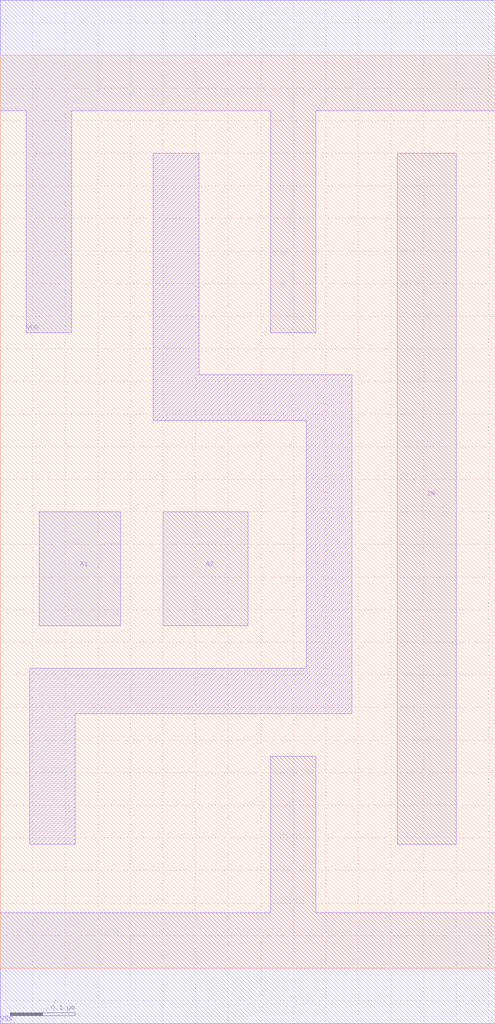
<source format=lef>
# 
# ******************************************************************************
# *                                                                            *
# *                   Copyright (C) 2004-2010, Nangate Inc.                    *
# *                           All rights reserved.                             *
# *                                                                            *
# * Nangate and the Nangate logo are trademarks of Nangate Inc.                *
# *                                                                            *
# * All trademarks, logos, software marks, and trade names (collectively the   *
# * "Marks") in this program are proprietary to Nangate or other respective    *
# * owners that have granted Nangate the right and license to use such Marks.  *
# * You are not permitted to use the Marks without the prior written consent   *
# * of Nangate or such third party that may own the Marks.                     *
# *                                                                            *
# * This file has been provided pursuant to a License Agreement containing     *
# * restrictions on its use. This file contains valuable trade secrets and     *
# * proprietary information of Nangate Inc., and is protected by U.S. and      *
# * international laws and/or treaties.                                        *
# *                                                                            *
# * The copyright notice(s) in this file does not indicate actual or intended  *
# * publication of this file.                                                  *
# *                                                                            *
# *     NGLibraryCreator, v2010.08-HR32-SP3-2010-08-05 - build 1009061800      *
# *                                                                            *
# ******************************************************************************
# 
# 
# Running on brazil06.nangate.com.br for user Giancarlo Franciscatto (gfr).
# Local time is now Fri, 3 Dec 2010, 19:32:18.
# Main process id is 27821.

VERSION 5.6 ;
BUSBITCHARS "[]" ;
DIVIDERCHAR "/" ;

UNITS
  DATABASE MICRONS 2000 ;
END UNITS

MANUFACTURINGGRID 0.0050 ;

LAYER poly
  TYPE MASTERSLICE ;
END poly

LAYER active
  TYPE MASTERSLICE ;
END active

LAYER metal1
  TYPE ROUTING ;
  SPACING 0.065 ;
  WIDTH 0.07 ;
  PITCH 0.14 ;
  DIRECTION HORIZONTAL ;
  OFFSET 0.095 0.07 ;
  RESISTANCE RPERSQ 0.38 ;
  THICKNESS 0.13 ;
  HEIGHT 0.37 ;
  CAPACITANCE CPERSQDIST 7.7161e-05 ;
  EDGECAPACITANCE 2.7365e-05 ;
END metal1

LAYER via1
  TYPE CUT ;
  SPACING 0.08 ;
  WIDTH 0.07 ;
  RESISTANCE 5 ;
END via1

LAYER metal2
  TYPE ROUTING ;
  SPACINGTABLE 
    PARALLELRUNLENGTH    0.0000     0.3000     0.9000     1.8000     2.7000     4.0000     
      WIDTH 0.0000       0.0700     0.0700     0.0700     0.0700     0.0700     0.0700     
      WIDTH 0.0900       0.0700     0.0900     0.0900     0.0900     0.0900     0.0900     
      WIDTH 0.2700       0.0700     0.0900     0.2700     0.2700     0.2700     0.2700     
      WIDTH 0.5000       0.0700     0.0900     0.2700     0.5000     0.5000     0.5000     
      WIDTH 0.9000       0.0700     0.0900     0.2700     0.5000     0.9000     0.9000     
      WIDTH 1.5000       0.0700     0.0900     0.2700     0.5000     0.9000     1.5000      ;
  WIDTH 0.07 ;
  PITCH 0.19 ;
  DIRECTION VERTICAL ;
  OFFSET 0.095 0.07 ;
  RESISTANCE RPERSQ 0.25 ;
  THICKNESS 0.14 ;
  HEIGHT 0.62 ;
  CAPACITANCE CPERSQDIST 4.0896e-05 ;
  EDGECAPACITANCE 2.5157e-05 ;
END metal2

LAYER via2
  TYPE CUT ;
  SPACING 0.09 ;
  WIDTH 0.07 ;
  RESISTANCE 5 ;
END via2

LAYER metal3
  TYPE ROUTING ;
  SPACINGTABLE 
    PARALLELRUNLENGTH    0.0000     0.3000     0.9000     1.8000     2.7000     4.0000     
      WIDTH 0.0000       0.0700     0.0700     0.0700     0.0700     0.0700     0.0700     
      WIDTH 0.0900       0.0700     0.0900     0.0900     0.0900     0.0900     0.0900     
      WIDTH 0.2700       0.0700     0.0900     0.2700     0.2700     0.2700     0.2700     
      WIDTH 0.5000       0.0700     0.0900     0.2700     0.5000     0.5000     0.5000     
      WIDTH 0.9000       0.0700     0.0900     0.2700     0.5000     0.9000     0.9000     
      WIDTH 1.5000       0.0700     0.0900     0.2700     0.5000     0.9000     1.5000      ;
  WIDTH 0.07 ;
  PITCH 0.14 ;
  DIRECTION HORIZONTAL ;
  OFFSET 0.095 0.07 ;
  RESISTANCE RPERSQ 0.25 ;
  THICKNESS 0.14 ;
  HEIGHT 0.88 ;
  CAPACITANCE CPERSQDIST 2.7745e-05 ;
  EDGECAPACITANCE 2.5157e-05 ;
END metal3

LAYER via3
  TYPE CUT ;
  SPACING 0.09 ;
  WIDTH 0.07 ;
  RESISTANCE 5 ;
END via3

LAYER metal4
  TYPE ROUTING ;
  SPACINGTABLE 
    PARALLELRUNLENGTH    0.0000     0.9000     1.8000     2.7000     4.0000     
      WIDTH 0.0000       0.1400     0.1400     0.1400     0.1400     0.1400     
      WIDTH 0.2700       0.1400     0.2700     0.2700     0.2700     0.2700     
      WIDTH 0.5000       0.1400     0.2700     0.5000     0.5000     0.5000     
      WIDTH 0.9000       0.1400     0.2700     0.5000     0.9000     0.9000     
      WIDTH 1.5000       0.1400     0.2700     0.5000     0.9000     1.5000      ;
  WIDTH 0.14 ;
  PITCH 0.28 ;
  DIRECTION VERTICAL ;
  OFFSET 0.095 0.07 ;
  RESISTANCE RPERSQ 0.21 ;
  THICKNESS 0.28 ;
  HEIGHT 1.14 ;
  CAPACITANCE CPERSQDIST 2.0743e-05 ;
  EDGECAPACITANCE 3.0908e-05 ;
END metal4

LAYER via4
  TYPE CUT ;
  SPACING 0.16 ;
  WIDTH 0.14 ;
  RESISTANCE 3 ;
END via4

LAYER metal5
  TYPE ROUTING ;
  SPACINGTABLE 
    PARALLELRUNLENGTH    0.0000     0.9000     1.8000     2.7000     4.0000     
      WIDTH 0.0000       0.1400     0.1400     0.1400     0.1400     0.1400     
      WIDTH 0.2700       0.1400     0.2700     0.2700     0.2700     0.2700     
      WIDTH 0.5000       0.1400     0.2700     0.5000     0.5000     0.5000     
      WIDTH 0.9000       0.1400     0.2700     0.5000     0.9000     0.9000     
      WIDTH 1.5000       0.1400     0.2700     0.5000     0.9000     1.5000      ;
  WIDTH 0.14 ;
  PITCH 0.28 ;
  DIRECTION HORIZONTAL ;
  OFFSET 0.095 0.07 ;
  RESISTANCE RPERSQ 0.21 ;
  THICKNESS 0.28 ;
  HEIGHT 1.71 ;
  CAPACITANCE CPERSQDIST 1.3527e-05 ;
  EDGECAPACITANCE 2.3863e-06 ;
END metal5

LAYER via5
  TYPE CUT ;
  SPACING 0.16 ;
  WIDTH 0.14 ;
  RESISTANCE 3 ;
END via5

LAYER metal6
  TYPE ROUTING ;
  SPACINGTABLE 
    PARALLELRUNLENGTH    0.0000     0.9000     1.8000     2.7000     4.0000     
      WIDTH 0.0000       0.1400     0.1400     0.1400     0.1400     0.1400     
      WIDTH 0.2700       0.1400     0.2700     0.2700     0.2700     0.2700     
      WIDTH 0.5000       0.1400     0.2700     0.5000     0.5000     0.5000     
      WIDTH 0.9000       0.1400     0.2700     0.5000     0.9000     0.9000     
      WIDTH 1.5000       0.1400     0.2700     0.5000     0.9000     1.5000      ;
  WIDTH 0.14 ;
  PITCH 0.28 ;
  DIRECTION VERTICAL ;
  OFFSET 0.095 0.07 ;
  RESISTANCE RPERSQ 0.21 ;
  THICKNESS 0.28 ;
  HEIGHT 2.28 ;
  CAPACITANCE CPERSQDIST 1.0036e-05 ;
  EDGECAPACITANCE 2.3863e-05 ;
END metal6

LAYER via6
  TYPE CUT ;
  SPACING 0.16 ;
  WIDTH 0.14 ;
  RESISTANCE 3 ;
END via6

LAYER metal7
  TYPE ROUTING ;
  SPACINGTABLE 
    PARALLELRUNLENGTH    0.0000     1.8000     2.7000     4.0000     
      WIDTH 0.0000       0.4000     0.4000     0.4000     0.4000     
      WIDTH 0.5000       0.4000     0.5000     0.5000     0.5000     
      WIDTH 0.9000       0.4000     0.5000     0.9000     0.9000     
      WIDTH 1.5000       0.4000     0.5000     0.9000     1.5000      ;
  WIDTH 0.4 ;
  PITCH 0.8 ;
  DIRECTION HORIZONTAL ;
  OFFSET 0.095 0.07 ;
  RESISTANCE RPERSQ 0.075 ;
  THICKNESS 0.8 ;
  HEIGHT 2.85 ;
  CAPACITANCE CPERSQDIST 7.9771e-06 ;
  EDGECAPACITANCE 3.2577e-05 ;
END metal7

LAYER via7
  TYPE CUT ;
  SPACING 0.44 ;
  WIDTH 0.4 ;
  RESISTANCE 1 ;
END via7

LAYER metal8
  TYPE ROUTING ;
  SPACINGTABLE 
    PARALLELRUNLENGTH    0.0000     1.8000     2.7000     4.0000     
      WIDTH 0.0000       0.4000     0.4000     0.4000     0.4000     
      WIDTH 0.5000       0.4000     0.5000     0.5000     0.5000     
      WIDTH 0.9000       0.4000     0.5000     0.9000     0.9000     
      WIDTH 1.5000       0.4000     0.5000     0.9000     1.5000      ;
  WIDTH 0.4 ;
  PITCH 0.8 ;
  DIRECTION VERTICAL ;
  OFFSET 0.095 0.07 ;
  RESISTANCE RPERSQ 0.075 ;
  THICKNESS 0.8 ;
  HEIGHT 4.47 ;
  CAPACITANCE CPERSQDIST 5.0391e-06 ;
  EDGECAPACITANCE 2.3932e-05 ;
END metal8

LAYER via8
  TYPE CUT ;
  SPACING 0.44 ;
  WIDTH 0.4 ;
  RESISTANCE 1 ;
END via8

LAYER metal9
  TYPE ROUTING ;
  SPACINGTABLE 
    PARALLELRUNLENGTH    0.0000     2.7000     4.0000     
      WIDTH 0.0000       0.8000     0.8000     0.8000     
      WIDTH 0.9000       0.8000     0.9000     0.9000     
      WIDTH 1.5000       0.8000     0.9000     1.5000      ;
  WIDTH 0.8 ;
  PITCH 1.6 ;
  DIRECTION HORIZONTAL ;
  OFFSET 0.095 0.07 ;
  RESISTANCE RPERSQ 0.03 ;
  THICKNESS 2 ;
  HEIGHT 6.09 ;
  CAPACITANCE CPERSQDIST 3.6827e-06 ;
  EDGECAPACITANCE 3.0803e-05 ;
END metal9

LAYER via9
  TYPE CUT ;
  SPACING 0.88 ;
  WIDTH 0.8 ;
  RESISTANCE 0.5 ;
END via9

LAYER metal10
  TYPE ROUTING ;
  SPACINGTABLE 
    PARALLELRUNLENGTH    0.0000     2.7000     4.0000     
      WIDTH 0.0000       0.8000     0.8000     0.8000     
      WIDTH 0.9000       0.8000     0.9000     0.9000     
      WIDTH 1.5000       0.8000     0.9000     1.5000      ;
  WIDTH 0.8 ;
  PITCH 1.6 ;
  DIRECTION VERTICAL ;
  OFFSET 0.095 0.07 ;
  RESISTANCE RPERSQ 0.03 ;
  THICKNESS 2 ;
  HEIGHT 10.09 ;
  CAPACITANCE CPERSQDIST 2.2124e-06 ;
  EDGECAPACITANCE 2.3667e-05 ;
END metal10

LAYER OVERLAP
  TYPE OVERLAP ;
END OVERLAP

VIA via1_4 DEFAULT
  LAYER via1 ;
    RECT -0.035 -0.035 0.035 0.035 ;
  LAYER metal1 ;
    RECT -0.035 -0.07 0.035 0.07 ;
  LAYER metal2 ;
    RECT -0.035 -0.07 0.035 0.07 ;
END via1_4

VIA via1_0 DEFAULT
  LAYER via1 ;
    RECT -0.035 -0.035 0.035 0.035 ;
  LAYER metal1 ;
    RECT -0.07 -0.07 0.07 0.07 ;
  LAYER metal2 ;
    RECT -0.07 -0.07 0.07 0.07 ;
END via1_0

VIA via1_1 DEFAULT
  LAYER via1 ;
    RECT -0.035 -0.035 0.035 0.035 ;
  LAYER metal1 ;
    RECT -0.07 -0.07 0.07 0.07 ;
  LAYER metal2 ;
    RECT -0.035 -0.07 0.035 0.07 ;
END via1_1

VIA via1_2 DEFAULT
  LAYER via1 ;
    RECT -0.035 -0.035 0.035 0.035 ;
  LAYER metal1 ;
    RECT -0.07 -0.07 0.07 0.07 ;
  LAYER metal2 ;
    RECT -0.07 -0.035 0.07 0.035 ;
END via1_2

VIA via1_3 DEFAULT
  LAYER via1 ;
    RECT -0.035 -0.035 0.035 0.035 ;
  LAYER metal1 ;
    RECT -0.035 -0.07 0.035 0.07 ;
  LAYER metal2 ;
    RECT -0.07 -0.07 0.07 0.07 ;
END via1_3

VIA via1_5 DEFAULT
  LAYER via1 ;
    RECT -0.035 -0.035 0.035 0.035 ;
  LAYER metal1 ;
    RECT -0.035 -0.07 0.035 0.07 ;
  LAYER metal2 ;
    RECT -0.07 -0.035 0.07 0.035 ;
END via1_5

VIA via1_6 DEFAULT
  LAYER via1 ;
    RECT -0.035 -0.035 0.035 0.035 ;
  LAYER metal1 ;
    RECT -0.07 -0.035 0.07 0.035 ;
  LAYER metal2 ;
    RECT -0.07 -0.07 0.07 0.07 ;
END via1_6

VIA via1_7 DEFAULT
  LAYER via1 ;
    RECT -0.035 -0.035 0.035 0.035 ;
  LAYER metal1 ;
    RECT -0.07 -0.035 0.07 0.035 ;
  LAYER metal2 ;
    RECT -0.035 -0.07 0.035 0.07 ;
END via1_7

VIA via1_8 DEFAULT
  LAYER via1 ;
    RECT -0.035 -0.035 0.035 0.035 ;
  LAYER metal1 ;
    RECT -0.07 -0.035 0.07 0.035 ;
  LAYER metal2 ;
    RECT -0.07 -0.035 0.07 0.035 ;
END via1_8

VIA via2_8 DEFAULT
  LAYER via2 ;
    RECT -0.035 -0.035 0.035 0.035 ;
  LAYER metal2 ;
    RECT -0.07 -0.035 0.07 0.035 ;
  LAYER metal3 ;
    RECT -0.07 -0.035 0.07 0.035 ;
END via2_8

VIA via2_4 DEFAULT
  LAYER via2 ;
    RECT -0.035 -0.035 0.035 0.035 ;
  LAYER metal2 ;
    RECT -0.035 -0.07 0.035 0.07 ;
  LAYER metal3 ;
    RECT -0.035 -0.07 0.035 0.07 ;
END via2_4

VIA via2_5 DEFAULT
  LAYER via2 ;
    RECT -0.035 -0.035 0.035 0.035 ;
  LAYER metal2 ;
    RECT -0.035 -0.07 0.035 0.07 ;
  LAYER metal3 ;
    RECT -0.07 -0.035 0.07 0.035 ;
END via2_5

VIA via2_7 DEFAULT
  LAYER via2 ;
    RECT -0.035 -0.035 0.035 0.035 ;
  LAYER metal2 ;
    RECT -0.07 -0.035 0.07 0.035 ;
  LAYER metal3 ;
    RECT -0.035 -0.07 0.035 0.07 ;
END via2_7

VIA via2_6 DEFAULT
  LAYER via2 ;
    RECT -0.035 -0.035 0.035 0.035 ;
  LAYER metal2 ;
    RECT -0.07 -0.035 0.07 0.035 ;
  LAYER metal3 ;
    RECT -0.07 -0.07 0.07 0.07 ;
END via2_6

VIA via2_0 DEFAULT
  LAYER via2 ;
    RECT -0.035 -0.035 0.035 0.035 ;
  LAYER metal2 ;
    RECT -0.07 -0.07 0.07 0.07 ;
  LAYER metal3 ;
    RECT -0.07 -0.07 0.07 0.07 ;
END via2_0

VIA via2_1 DEFAULT
  LAYER via2 ;
    RECT -0.035 -0.035 0.035 0.035 ;
  LAYER metal2 ;
    RECT -0.07 -0.07 0.07 0.07 ;
  LAYER metal3 ;
    RECT -0.035 -0.07 0.035 0.07 ;
END via2_1

VIA via2_2 DEFAULT
  LAYER via2 ;
    RECT -0.035 -0.035 0.035 0.035 ;
  LAYER metal2 ;
    RECT -0.07 -0.07 0.07 0.07 ;
  LAYER metal3 ;
    RECT -0.07 -0.035 0.07 0.035 ;
END via2_2

VIA via2_3 DEFAULT
  LAYER via2 ;
    RECT -0.035 -0.035 0.035 0.035 ;
  LAYER metal2 ;
    RECT -0.035 -0.07 0.035 0.07 ;
  LAYER metal3 ;
    RECT -0.07 -0.07 0.07 0.07 ;
END via2_3

VIA via3_2 DEFAULT
  LAYER via3 ;
    RECT -0.035 -0.035 0.035 0.035 ;
  LAYER metal3 ;
    RECT -0.07 -0.035 0.07 0.035 ;
  LAYER metal4 ;
    RECT -0.07 -0.07 0.07 0.07 ;
END via3_2

VIA via3_0 DEFAULT
  LAYER via3 ;
    RECT -0.035 -0.035 0.035 0.035 ;
  LAYER metal3 ;
    RECT -0.07 -0.07 0.07 0.07 ;
  LAYER metal4 ;
    RECT -0.07 -0.07 0.07 0.07 ;
END via3_0

VIA via3_1 DEFAULT
  LAYER via3 ;
    RECT -0.035 -0.035 0.035 0.035 ;
  LAYER metal3 ;
    RECT -0.035 -0.07 0.035 0.07 ;
  LAYER metal4 ;
    RECT -0.07 -0.07 0.07 0.07 ;
END via3_1

VIA via4_0 DEFAULT
  LAYER via4 ;
    RECT -0.07 -0.07 0.07 0.07 ;
  LAYER metal4 ;
    RECT -0.07 -0.07 0.07 0.07 ;
  LAYER metal5 ;
    RECT -0.07 -0.07 0.07 0.07 ;
END via4_0

VIA via5_0 DEFAULT
  LAYER via5 ;
    RECT -0.07 -0.07 0.07 0.07 ;
  LAYER metal5 ;
    RECT -0.07 -0.07 0.07 0.07 ;
  LAYER metal6 ;
    RECT -0.07 -0.07 0.07 0.07 ;
END via5_0

VIA via6_0 DEFAULT
  LAYER via6 ;
    RECT -0.07 -0.07 0.07 0.07 ;
  LAYER metal6 ;
    RECT -0.07 -0.07 0.07 0.07 ;
  LAYER metal7 ;
    RECT -0.2 -0.2 0.2 0.2 ;
END via6_0

VIA via7_0 DEFAULT
  LAYER via7 ;
    RECT -0.2 -0.2 0.2 0.2 ;
  LAYER metal7 ;
    RECT -0.2 -0.2 0.2 0.2 ;
  LAYER metal8 ;
    RECT -0.2 -0.2 0.2 0.2 ;
END via7_0

VIA via8_0 DEFAULT
  LAYER via8 ;
    RECT -0.2 -0.2 0.2 0.2 ;
  LAYER metal8 ;
    RECT -0.2 -0.2 0.2 0.2 ;
  LAYER metal9 ;
    RECT -0.4 -0.4 0.4 0.4 ;
END via8_0

VIA via9_0 DEFAULT
  LAYER via9 ;
    RECT -0.4 -0.4 0.4 0.4 ;
  LAYER metal9 ;
    RECT -0.4 -0.4 0.4 0.4 ;
  LAYER metal10 ;
    RECT -0.4 -0.4 0.4 0.4 ;
END via9_0

VIARULE Via1Array-0 GENERATE
  LAYER metal1 ;
    ENCLOSURE 0.035 0.035 ;
  LAYER metal2 ;
    ENCLOSURE 0.035 0.035 ;
  LAYER via1 ;
    RECT -0.035 -0.035 0.035 0.035 ;
    SPACING 0.15 BY 0.15 ;
END Via1Array-0

VIARULE Via1Array-1 GENERATE
  LAYER metal1 ;
    ENCLOSURE 0 0.035 ;
  LAYER metal2 ;
    ENCLOSURE 0 0.035 ;
  LAYER via1 ;
    RECT -0.035 -0.035 0.035 0.035 ;
    SPACING 0.15 BY 0.15 ;
END Via1Array-1

VIARULE Via1Array-2 GENERATE
  LAYER metal1 ;
    ENCLOSURE 0.035 0 ;
  LAYER metal2 ;
    ENCLOSURE 0.035 0 ;
  LAYER via1 ;
    RECT -0.035 -0.035 0.035 0.035 ;
    SPACING 0.15 BY 0.15 ;
END Via1Array-2

VIARULE Via1Array-3 GENERATE
  LAYER metal1 ;
    ENCLOSURE 0 0.035 ;
  LAYER metal2 ;
    ENCLOSURE 0.035 0 ;
  LAYER via1 ;
    RECT -0.035 -0.035 0.035 0.035 ;
    SPACING 0.15 BY 0.15 ;
END Via1Array-3

VIARULE Via1Array-4 GENERATE
  LAYER metal1 ;
    ENCLOSURE 0.035 0 ;
  LAYER metal2 ;
    ENCLOSURE 0 0.035 ;
  LAYER via1 ;
    RECT -0.035 -0.035 0.035 0.035 ;
    SPACING 0.15 BY 0.15 ;
END Via1Array-4

VIARULE Via2Array-0 GENERATE
  LAYER metal2 ;
    ENCLOSURE 0.035 0.035 ;
  LAYER metal3 ;
    ENCLOSURE 0.035 0.035 ;
  LAYER via2 ;
    RECT -0.035 -0.035 0.035 0.035 ;
    SPACING 0.16 BY 0.16 ;
END Via2Array-0

VIARULE Via2Array-1 GENERATE
  LAYER metal2 ;
    ENCLOSURE 0 0.035 ;
  LAYER metal3 ;
    ENCLOSURE 0 0.035 ;
  LAYER via2 ;
    RECT -0.035 -0.035 0.035 0.035 ;
    SPACING 0.16 BY 0.16 ;
END Via2Array-1

VIARULE Via2Array-2 GENERATE
  LAYER metal2 ;
    ENCLOSURE 0.035 0 ;
  LAYER metal3 ;
    ENCLOSURE 0.035 0 ;
  LAYER via2 ;
    RECT -0.035 -0.035 0.035 0.035 ;
    SPACING 0.16 BY 0.16 ;
END Via2Array-2

VIARULE Via2Array-3 GENERATE
  LAYER metal2 ;
    ENCLOSURE 0 0.035 ;
  LAYER metal3 ;
    ENCLOSURE 0.035 0 ;
  LAYER via2 ;
    RECT -0.035 -0.035 0.035 0.035 ;
    SPACING 0.16 BY 0.16 ;
END Via2Array-3

VIARULE Via2Array-4 GENERATE
  LAYER metal2 ;
    ENCLOSURE 0.035 0 ;
  LAYER metal3 ;
    ENCLOSURE 0 0.035 ;
  LAYER via2 ;
    RECT -0.035 -0.035 0.035 0.035 ;
    SPACING 0.16 BY 0.16 ;
END Via2Array-4

VIARULE Via3Array-0 GENERATE
  LAYER metal3 ;
    ENCLOSURE 0.035 0.035 ;
  LAYER metal4 ;
    ENCLOSURE 0.035 0.035 ;
  LAYER via3 ;
    RECT -0.035 -0.035 0.035 0.035 ;
    SPACING 0.16 BY 0.16 ;
END Via3Array-0

VIARULE Via3Array-1 GENERATE
  LAYER metal3 ;
    ENCLOSURE 0 0.035 ;
  LAYER metal4 ;
    ENCLOSURE 0.035 0.035 ;
  LAYER via3 ;
    RECT -0.035 -0.035 0.035 0.035 ;
    SPACING 0.16 BY 0.16 ;
END Via3Array-1

VIARULE Via3Array-2 GENERATE
  LAYER metal3 ;
    ENCLOSURE 0.035 0 ;
  LAYER metal4 ;
    ENCLOSURE 0.035 0.035 ;
  LAYER via3 ;
    RECT -0.035 -0.035 0.035 0.035 ;
    SPACING 0.16 BY 0.16 ;
END Via3Array-2

VIARULE Via4Array-0 GENERATE
  LAYER metal4 ;
    ENCLOSURE 0 0 ;
  LAYER metal5 ;
    ENCLOSURE 0 0 ;
  LAYER via4 ;
    RECT -0.07 -0.07 0.07 0.07 ;
    SPACING 0.3 BY 0.3 ;
END Via4Array-0

VIARULE Via5Array-0 GENERATE
  LAYER metal5 ;
    ENCLOSURE 0 0 ;
  LAYER metal6 ;
    ENCLOSURE 0 0 ;
  LAYER via5 ;
    RECT -0.07 -0.07 0.07 0.07 ;
    SPACING 0.3 BY 0.3 ;
END Via5Array-0

VIARULE Via6Array-0 GENERATE
  LAYER metal6 ;
    ENCLOSURE 0 0 ;
  LAYER metal7 ;
    ENCLOSURE 0.13 0.13 ;
  LAYER via6 ;
    RECT -0.07 -0.07 0.07 0.07 ;
    SPACING 0.3 BY 0.3 ;
END Via6Array-0

VIARULE Via7Array-0 GENERATE
  LAYER metal7 ;
    ENCLOSURE 0 0 ;
  LAYER metal8 ;
    ENCLOSURE 0 0 ;
  LAYER via7 ;
    RECT -0.2 -0.2 0.2 0.2 ;
    SPACING 0.84 BY 0.84 ;
END Via7Array-0

VIARULE Via8Array-0 GENERATE
  LAYER metal8 ;
    ENCLOSURE 0 0 ;
  LAYER metal9 ;
    ENCLOSURE 0.2 0.2 ;
  LAYER via8 ;
    RECT -0.2 -0.2 0.2 0.2 ;
    SPACING 0.84 BY 0.84 ;
END Via8Array-0

VIARULE Via9Array-0 GENERATE
  LAYER metal10 ;
    ENCLOSURE 0 0 ;
  LAYER metal9 ;
    ENCLOSURE 0 0 ;
  LAYER via9 ;
    RECT -0.4 -0.4 0.4 0.4 ;
    SPACING 1.68 BY 1.68 ;
END Via9Array-0

SPACING
  SAMENET metal1 metal1 0.065 ;
  SAMENET metal2 metal2 0.07 ;
  SAMENET metal3 metal3 0.07 ;
  SAMENET metal4 metal4 0.14 ;
  SAMENET metal5 metal5 0.14 ;
  SAMENET metal6 metal6 0.14 ;
  SAMENET metal7 metal7 0.4 ;
  SAMENET metal8 metal8 0.4 ;
  SAMENET metal9 metal9 0.8 ;
  SAMENET metal10 metal10 0.8 ;
  SAMENET via1 via1 0.08 ;
  SAMENET via2 via2 0.09 ;
  SAMENET via3 via3 0.09 ;
  SAMENET via4 via4 0.16 ;
  SAMENET via5 via5 0.16 ;
  SAMENET via6 via6 0.16 ;
  SAMENET via7 via7 0.44 ;
  SAMENET via8 via8 0.44 ;
  SAMENET via9 via9 0.88 ;
  SAMENET via1 via2 0.0 STACK ;
  SAMENET via2 via3 0.0 STACK ;
  SAMENET via3 via4 0.0 STACK ;
  SAMENET via4 via5 0.0 STACK ;
  SAMENET via5 via6 0.0 STACK ;
  SAMENET via6 via7 0.0 STACK ;
  SAMENET via7 via8 0.0 STACK ;
  SAMENET via8 via9 0.0 STACK ;
END SPACING

SITE FreePDK45_38x28_10R_NP_162NW_34O
  CLASS core ;
  SIZE 0.19 BY 1.4 ;
END FreePDK45_38x28_10R_NP_162NW_34O

MACRO AND2_X1
  CLASS core ;
  FOREIGN AND2_X1 0.0 0.0 ;
  ORIGIN 0 0 ;
  SITE FreePDK45_38x28_10R_NP_162NW_34O ;
  SIZE 0.76 BY 1.4 ;
  PIN A1
    DIRECTION INPUT ;
    ANTENNAPARTIALMETALAREA 0.021875 LAYER metal1 ;
    ANTENNAPARTIALMETALSIDEAREA 0.078 LAYER metal1 ;
    ANTENNAGATEAREA 0.02625 ;
    PORT
      LAYER metal1 ;
        POLYGON 0.06 0.525 0.185 0.525 0.185 0.7 0.06 0.7  ;
    END
  END A1
  PIN A2
    DIRECTION INPUT ;
    ANTENNAPARTIALMETALAREA 0.02275 LAYER metal1 ;
    ANTENNAPARTIALMETALSIDEAREA 0.0793 LAYER metal1 ;
    ANTENNAGATEAREA 0.02625 ;
    PORT
      LAYER metal1 ;
        POLYGON 0.25 0.525 0.38 0.525 0.38 0.7 0.25 0.7  ;
    END
  END A2
  PIN ZN
    DIRECTION OUTPUT ;
    ANTENNAPARTIALMETALAREA 0.0954 LAYER metal1 ;
    ANTENNAPARTIALMETALSIDEAREA 0.299 LAYER metal1 ;
    ANTENNADIFFAREA 0.109725 ;
    PORT
      LAYER metal1 ;
        POLYGON 0.61 0.19 0.7 0.19 0.7 1.25 0.61 1.25  ;
    END
  END ZN
  PIN VDD
    DIRECTION INOUT ;
    USE power ;
    SHAPE ABUTMENT ;
    PORT
      LAYER metal1 ;
        POLYGON 0 1.315 0.04 1.315 0.04 0.975 0.11 0.975 0.11 1.315 0.415 1.315 0.415 0.975 0.485 0.975 0.485 1.315 0.54 1.315 0.76 1.315 0.76 1.485 0.54 1.485 0 1.485  ;
    END
  END VDD
  PIN VSS
    DIRECTION INOUT ;
    USE ground ;
    SHAPE ABUTMENT ;
    PORT
      LAYER metal1 ;
        POLYGON 0 -0.085 0.76 -0.085 0.76 0.085 0.485 0.085 0.485 0.325 0.415 0.325 0.415 0.085 0 0.085  ;
    END
  END VSS
  OBS
      LAYER metal1 ;
        POLYGON 0.235 0.84 0.47 0.84 0.47 0.46 0.045 0.46 0.045 0.19 0.115 0.19 0.115 0.39 0.54 0.39 0.54 0.91 0.305 0.91 0.305 1.25 0.235 1.25  ;
  END
END AND2_X1

END LIBRARY
#
# End of file
#

</source>
